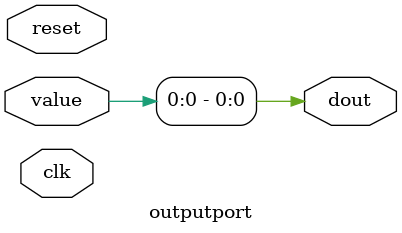
<source format=v>
`default_nettype none

module outputport
  #(
    parameter WIDTH = 32
    )
   (
    input wire 		   clk,
    input wire 		   reset,

    output wire 	   dout,
    input wire [WIDTH-1:0] value
    );

   assign dout = value;
  
endmodule

`default_nettype wire

</source>
